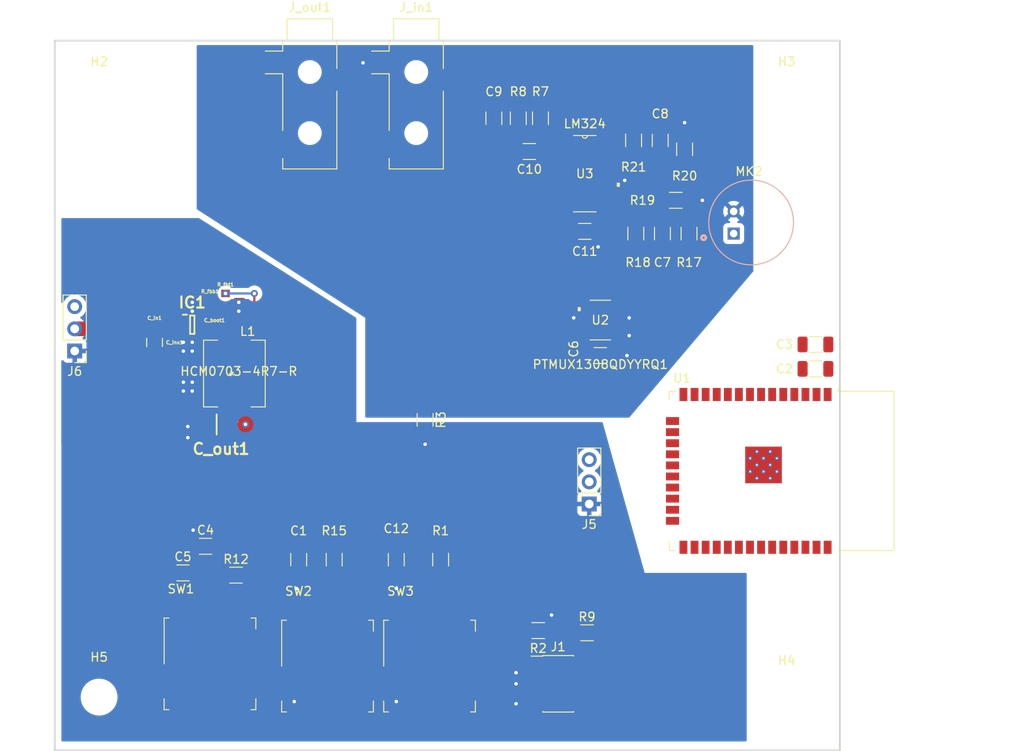
<source format=kicad_pcb>
(kicad_pcb (version 20211014) (generator pcbnew)
  (layers (0 "F.Cu" signal) (31 "B.Cu" signal) (34 "B.Paste" user) (35 "F.Paste" user) (36 "B.SilkS" user "B.Silkscreen") (37 "F.SilkS" user "F.Silkscreen") (38 "B.Mask" user) (39 "F.Mask" user) (44 "Edge.Cuts" user))
  (net 0 "")
  (net 1 "/reset")
  (net 2 "DGND")
  (net 3 "VCC")
  (net 4 "/mode")
  (net 5 "Net-(C5-Pad2)")
  (net 6 "AGND")
  (net 7 "5V")
  (net 8 "Net-(C7-Pad1)")
  (net 9 "Net-(C7-Pad2)")
  (net 10 "Net-(C8-Pad1)")
  (net 11 "/Mic_out")
  (net 12 "Net-(C10-Pad1)")
  (net 13 "Net-(C9-Pad2)")
  (net 14 "Net-(C10-Pad2)")
  (net 15 "/boot")
  (net 16 "Net-(C_boot1-Pad1)")
  (net 17 "Net-(C_boot1-Pad2)")
  (net 20 "Net-(IC1-Pad8)")
  (net 21 "Net-(J1-Pad2)")
  (net 22 "Net-(J1-Pad4)")
  (net 23 "Net-(J1-Pad6)")
  (net 25 "Net-(J1-Pad8)")
  (net 26 "Net-(J1-Pad10)")
  (net 27 "/ADC_In")
  (net 28 "/Ble_DAC")
  (net 29 "/AUX_mono")
  (net 30 "/sel2")
  (net 31 "/sel1")
  (net 32 "/Mode_sel")
  (net 33 "/LED_out")
  (net 36 "/ADC_backup")
  (net 37 "/Mode_backup")
  (net 39 "/DAC_backup")
  (net 47 "/LED_backup")
  (net 48 "/sel2_backup")
  (net 49 "/sel1_backup")
  (net 52 "/Rx")
  (net 53 "/Tx")
  (net 54 "/Case_LED")
  (net 55 "/Case_backup")
  (net 57 "Net-(U3-Pad1)")
  (net 58 "Net-(U3-Pad8)")
  (footprint "Resistor_SMD:R_1206_3216Metric" (layer "F.Cu") (at 136.906 27.686 -90)
    (fp_text reference "R7" (at -3.048 0 180) (layer "F.SilkS"))
    (fp_text value "203K")
    (pad "1" smd roundrect (at -1.4625 0 270) (size 1.125 1.75) (layers "F.Cu" "F.Paste" "F.Mask") (roundrect_rratio 0.222222) (net 7 "5V"))
    (pad "2" smd roundrect (at 1.4625 0 270) (size 1.125 1.75) (layers "F.Cu" "F.Paste" "F.Mask") (roundrect_rratio 0.222222) (net 12 "Net-(C10-Pad1)"))
  )
  (footprint "Connector_Audio:Jack_3.5mm_CUI_SJ-3523-SMT_Horizontal" (layer "F.Cu") (at 110.49 24.892)
    (fp_text reference "J_out1" (at 0 -9.9) (layer "F.SilkS"))
    (fp_text value "AudioJack3")
    (pad "" np_thru_hole circle (at 0 4.5) (size 1.7 1.7) (drill 1.7) (layers *.Cu *.Mask))
    (pad "" np_thru_hole circle (at 0 -2.5) (size 1.7 1.7) (drill 1.7) (layers *.Cu *.Mask))
    (pad "R" smd rect (at 3.7 -1.6) (size 2.8 2.2) (layers "F.Cu" "F.Paste" "F.Mask") (net 27 "/ADC_In"))
    (pad "S" smd rect (at -3.7 -3.6) (size 2.8 2.2) (layers "F.Cu" "F.Paste" "F.Mask") (net 6 "AGND"))
    (pad "T" smd rect (at -3.7 5.8) (size 2.8 2.8) (layers "F.Cu" "F.Paste" "F.Mask") (net 27 "/ADC_In"))
  )
  (footprint "TPS563300_Power_Circuit:C_OUT_CAPC3225X270N" (layer "F.Cu") (at 99.822 62.7634 180)
    (fp_text reference "C_out1" (at -0.508 -2.794 180) (layer "F.SilkS") (effects (font (size 1.27 1.27) (thickness 0.254))))
    (fp_text value "GRM32EC80J107ME20L" hide)
    (pad "1" smd rect (at -1.33 0 180) (size 1.26 2.72) (layers "F.Cu" "F.Paste" "F.Mask") (net 3 "VCC"))
    (pad "2" smd rect (at 1.33 0 180) (size 1.26 2.72) (layers "F.Cu" "F.Paste" "F.Mask") (net 2 "DGND"))
  )
  (footprint "TPS563300_Power_Circuit:R_FBT_RESC1508X50N" (layer "F.Cu") (at 100.838 48.514 90)
    (fp_text reference "R_fbt1" (at 1.778 0 180) (layer "F.SilkS") (effects (font (size 0.393701 0.393701))))
    (fp_text value "CRCW060330K9FKEA")
    (pad "1" smd rect (at -0.765 0 90) (size 0.86 0.98) (layers "F.Cu" "F.Paste" "F.Mask") (net 20 "Net-(IC1-Pad8)"))
    (pad "2" smd rect (at 0.765 0 90) (size 0.86 0.98) (layers "F.Cu" "F.Paste" "F.Mask") (net 3 "VCC"))
  )
  (footprint "TPS563300_Power_Circuit:TPS563300DRLR" (layer "F.Cu") (at 97.028 51.3334)
    (fp_text reference "IC1" (at 0 -2.54) (layer "F.SilkS") (effects (font (size 1.27 1.27) (thickness 0.254))))
    (fp_text value "TPS563300DRLR" hide)
    (pad "1" smd rect (at -0.97335 -0.75 90) (size 0.3 0.7457) (layers "F.Cu" "F.Paste" "F.Mask"))
    (pad "2" smd rect (at -0.97335 -0.2532 90) (size 0.3064 0.7457) (layers "F.Cu" "F.Paste" "F.Mask") (net 7 "5V"))
    (pad "3" smd rect (at -0.97335 0.2508 90) (size 0.2984 0.7457) (layers "F.Cu" "F.Paste" "F.Mask") (net 7 "5V"))
    (pad "4" smd rect (at -0.97335 0.75 90) (size 0.3 0.7457) (layers "F.Cu" "F.Paste" "F.Mask") (net 2 "DGND"))
    (pad "5" smd rect (at 0.96065 0.7548 90) (size 0.2904 0.7203) (layers "F.Cu" "F.Paste" "F.Mask") (net 17 "Net-(C_boot1-Pad2)"))
    (pad "6" smd rect (at 0.96065 0.2508 90) (size 0.2984 0.7203) (layers "F.Cu" "F.Paste" "F.Mask") (net 16 "Net-(C_boot1-Pad1)"))
    (pad "7" smd rect (at 0.97335 -0.2405 90) (size 0.281 0.7457) (layers "F.Cu" "F.Paste" "F.Mask"))
    (pad "8" smd rect (at 0.97335 -0.75 90) (size 0.3 0.7457) (layers "F.Cu" "F.Paste" "F.Mask") (net 20 "Net-(IC1-Pad8)"))
  )
  (footprint "Resistor_SMD:R_1206_3216Metric" (layer "F.Cu") (at 153.924 40.894 -90)
    (fp_text reference "R17" (at 3.302 0 180) (layer "F.SilkS"))
    (fp_text value "2200")
    (pad "1" smd roundrect (at -1.4625 0 270) (size 1.125 1.75) (layers "F.Cu" "F.Paste" "F.Mask") (roundrect_rratio 0.222222) (net 3 "VCC"))
    (pad "2" smd roundrect (at 1.4625 0 270) (size 1.125 1.75) (layers "F.Cu" "F.Paste" "F.Mask") (roundrect_rratio 0.222222) (net 8 "Net-(C7-Pad1)"))
  )
  (footprint "Resistor_SMD:R_1206_3216Metric" (layer "F.Cu") (at 153.416 31.242 -90)
    (fp_text reference "R20" (at 3.048 0) (layer "F.SilkS"))
    (fp_text value "1000")
    (pad "1" smd roundrect (at -1.4625 0 270) (size 1.125 1.75) (layers "F.Cu" "F.Paste" "F.Mask") (roundrect_rratio 0.222222) (net 6 "AGND"))
    (pad "2" smd roundrect (at 1.4625 0 270) (size 1.125 1.75) (layers "F.Cu" "F.Paste" "F.Mask") (roundrect_rratio 0.222222) (net 10 "Net-(C8-Pad1)"))
  )
  (footprint "Resistor_SMD:R_1206_3216Metric" (layer "F.Cu") (at 152.4 37.084 180)
    (fp_text reference "R19" (at 3.81 0) (layer "F.SilkS"))
    (fp_text value "100000")
    (pad "1" smd roundrect (at -1.4625 0 180) (size 1.125 1.75) (layers "F.Cu" "F.Paste" "F.Mask") (roundrect_rratio 0.222222) (net 6 "AGND"))
    (pad "2" smd roundrect (at 1.4625 0 180) (size 1.125 1.75) (layers "F.Cu" "F.Paste" "F.Mask") (roundrect_rratio 0.222222) (net 9 "Net-(C7-Pad2)"))
  )
  (footprint "Resistor_SMD:R_1206_3216Metric" (layer "F.Cu") (at 136.652 86.36)
    (fp_text reference "R2" (at 0 2.032) (layer "F.SilkS"))
    (fp_text value "10K")
    (pad "1" smd roundrect (at -1.4625 0) (size 1.125 1.75) (layers "F.Cu" "F.Paste" "F.Mask") (roundrect_rratio 0.222222) (net 3 "VCC"))
    (pad "2" smd roundrect (at 1.4625 0) (size 1.125 1.75) (layers "F.Cu" "F.Paste" "F.Mask") (roundrect_rratio 0.222222) (net 2 "DGND"))
  )
  (footprint "TPS563300_Power_Circuit:R_FBB_RESC1005X40N" (layer "F.Cu") (at 99.06 49.0474 -90)
    (fp_text reference "R_fbb1" (at -1.524 0 180) (layer "F.SilkS") (effects (font (size 0.393701 0.393701))))
    (fp_text value "CRCW040210K0FKED")
    (pad "1" smd rect (at -0.445 0 270) (size 0.51 0.6) (layers "F.Cu" "F.Paste" "F.Mask") (net 2 "DGND"))
    (pad "2" smd rect (at 0.445 0 270) (size 0.51 0.6) (layers "F.Cu" "F.Paste" "F.Mask") (net 20 "Net-(IC1-Pad8)"))
  )
  (footprint "Resistor_SMD:R_1206_3216Metric" (layer "F.Cu") (at 113.284 78.232 -90)
    (fp_text reference "R15" (at -3.302 0 180) (layer "F.SilkS"))
    (fp_text value "10K")
    (pad "1" smd roundrect (at -1.4625 0 270) (size 1.125 1.75) (layers "F.Cu" "F.Paste" "F.Mask") (roundrect_rratio 0.222222) (net 3 "VCC"))
    (pad "2" smd roundrect (at 1.4625 0 270) (size 1.125 1.75) (layers "F.Cu" "F.Paste" "F.Mask") (roundrect_rratio 0.222222) (net 1 "/reset"))
  )
  (footprint "Capacitor_SMD:C_1206_3216Metric" (layer "F.Cu") (at 95.963 79.756)
    (fp_text reference "C5" (at 0 -1.85) (layer "F.SilkS"))
    (fp_text value "0.1uF")
    (pad "1" smd roundrect (at -1.475 0) (size 1.15 1.8) (layers "F.Cu" "F.Paste" "F.Mask") (roundrect_rratio 0.217391) (net 3 "VCC"))
    (pad "2" smd roundrect (at 1.475 0) (size 1.15 1.8) (layers "F.Cu" "F.Paste" "F.Mask") (roundrect_rratio 0.217391) (net 5 "Net-(C5-Pad2)"))
  )
  (footprint "Capacitor_SMD:C_1206_3216Metric" (layer "F.Cu") (at 150.622 30.226 90)
    (fp_text reference "C8" (at 3.048 0 180) (layer "F.SilkS"))
    (fp_text value "0.033uF")
    (pad "1" smd roundrect (at -1.475 0 90) (size 1.15 1.8) (layers "F.Cu" "F.Paste" "F.Mask") (roundrect_rratio 0.217391) (net 10 "Net-(C8-Pad1)"))
    (pad "2" smd roundrect (at 1.475 0 90) (size 1.15 1.8) (layers "F.Cu" "F.Paste" "F.Mask") (roundrect_rratio 0.217391) (net 11 "/Mic_out"))
  )
  (footprint "TPS563300_Power_Circuit:L1_HCM0703-4R7-R" (layer "F.Cu") (at 101.854 56.9214 90)
    (fp_text reference "L1" (at 4.826 1.524) (layer "F.SilkS"))
    (fp_text value "HCM0703-4R7-R" (at 0.254 0.508) (layer "F.SilkS"))
    (fp_text user "*" (at 0 0 90) (layer "F.SilkS"))
    (pad "1" smd rect (at -2.5654 0 180) (size 3.1496 2.5654) (layers "F.Cu" "F.Paste" "F.Mask") (net 3 "VCC"))
    (pad "2" smd rect (at 2.5654 0 180) (size 3.1496 2.5654) (layers "F.Cu" "F.Paste" "F.Mask") (net 17 "Net-(C_boot1-Pad2)"))
  )
  (footprint "MountingHole:MountingHole_3.2mm_M3" (layer "F.Cu") (at 86.36 93.98)
    (fp_text reference "H5" (at 0 -4.572) (layer "F.SilkS"))
    (fp_text value "MountingHole")
    (pad "" np_thru_hole circle (at 0 0) (size 3.2 3.2) (drill 3.2) (layers *.Cu *.Mask))
  )
  (footprint "Connector_PinHeader_1.27mm:PinHeader_2x05_P1.27mm_Vertical_SMD" (layer "F.Cu") (at 138.938 92.456)
    (fp_text reference "J1" (at 0 -4.235) (layer "F.SilkS"))
    (fp_text value "Conn_ARM_JTAG_SWD_10")
    (pad "1" smd rect (at -1.95 -2.54) (size 2.4 0.74) (layers "F.Cu" "F.Paste" "F.Mask") (net 3 "VCC"))
    (pad "2" smd rect (at 1.95 -2.54) (size 2.4 0.74) (layers "F.Cu" "F.Paste" "F.Mask") (net 21 "Net-(J1-Pad2)"))
    (pad "3" smd rect (at -1.95 -1.27) (size 2.4 0.74) (layers "F.Cu" "F.Paste" "F.Mask") (net 2 "DGND"))
    (pad "4" smd rect (at 1.95 -1.27) (size 2.4 0.74) (layers "F.Cu" "F.Paste" "F.Mask") (net 22 "Net-(J1-Pad4)"))
    (pad "5" smd rect (at -1.95 0) (size 2.4 0.74) (layers "F.Cu" "F.Paste" "F.Mask") (net 2 "DGND"))
    (pad "6" smd rect (at 1.95 0) (size 2.4 0.74) (layers "F.Cu" "F.Paste" "F.Mask") (net 23 "Net-(J1-Pad6)"))
    (pad "7" smd rect (at -1.95 1.27) (size 2.4 0.74) (layers "F.Cu" "F.Paste" "F.Mask"))
    (pad "8" smd rect (at 1.95 1.27) (size 2.4 0.74) (layers "F.Cu" "F.Paste" "F.Mask") (net 25 "Net-(J1-Pad8)"))
    (pad "9" smd rect (at -1.95 2.54) (size 2.4 0.74) (layers "F.Cu" "F.Paste" "F.Mask") (net 2 "DGND"))
    (pad "10" smd rect (at 1.95 2.54) (size 2.4 0.74) (layers "F.Cu" "F.Paste" "F.Mask") (net 26 "Net-(J1-Pad10)"))
  )
  (footprint "Button_Switch_SMD:SW_MEC_5GSH9" (layer "F.Cu") (at 99.06 90.17)
    (fp_text reference "SW1" (at -3.325 -8.575) (layer "F.SilkS"))
    (fp_text value "SW_MEC_5E")
    (pad "1" smd rect (at -3.81 -6.25 90) (size 2.5 1.2) (layers "F.Cu" "F.Paste" "F.Mask") (net 5 "Net-(C5-Pad2)"))
    (pad "2" smd rect (at -3.81 6.25 90) (size 2.5 1.2) (layers "F.Cu" "F.Paste" "F.Mask") (net 5 "Net-(C5-Pad2)"))
    (pad "3" smd rect (at 3.81 -6.25 90) (size 2.5 1.2) (layers "F.Cu" "F.Paste" "F.Mask") (net 3 "VCC"))
    (pad "4" smd rect (at 3.81 6.25 90) (size 2.5 1.2) (layers "F.Cu" "F.Paste" "F.Mask") (net 3 "VCC"))
  )
  (footprint "Resistor_SMD:R_1206_3216Metric" (layer "F.Cu") (at 123.698 62.23 -90)
    (fp_text reference "R3" (at 0 -1.82 90) (layer "F.SilkS"))
    (fp_text value "1")
    (pad "1" smd roundrect (at -1.4625 0 270) (size 1.125 1.75) (layers "F.Cu" "F.Paste" "F.Mask") (roundrect_rratio 0.222222) (net 6 "AGND"))
    (pad "2" smd roundrect (at 1.4625 0 270) (size 1.125 1.75) (layers "F.Cu" "F.Paste" "F.Mask") (roundrect_rratio 0.222222) (net 2 "DGND"))
  )
  (footprint "Lm324:LM324D" (layer "F.Cu") (at 141.986 34.036)
    (fp_text reference "U3" (at 0 0) (layer "F.SilkS"))
    (fp_text value "LM324" (at 0 -5.715) (layer "F.SilkS"))
    (pad "1" smd rect (at -2.4638 -3.81) (size 1.9812 0.5588) (layers "F.Cu" "F.Paste" "F.Mask") (net 57 "Net-(U3-Pad1)"))
    (pad "2" smd rect (at -2.4638 -2.54) (size 1.9812 0.5588) (layers "F.Cu" "F.Paste" "F.Mask") (net 57 "Net-(U3-Pad1)"))
    (pad "3" smd rect (at -2.4638 -1.27) (size 1.9812 0.5588) (layers "F.Cu" "F.Paste" "F.Mask") (net 6 "AGND"))
    (pad "4" smd rect (at -2.4638 0) (size 1.9812 0.5588) (layers "F.Cu" "F.Paste" "F.Mask") (net 7 "5V"))
    (pad "5" smd rect (at -2.4638 1.27) (size 1.9812 0.5588) (layers "F.Cu" "F.Paste" "F.Mask") (net 12 "Net-(C10-Pad1)"))
    (pad "6" smd rect (at -2.4638 2.54) (size 1.9812 0.5588) (layers "F.Cu" "F.Paste" "F.Mask") (net 29 "/AUX_mono"))
    (pad "7" smd rect (at -2.4638 3.81) (size 1.9812 0.5588) (layers "F.Cu" "F.Paste" "F.Mask") (net 29 "/AUX_mono"))
    (pad "8" smd rect (at 2.4638 3.81) (size 1.9812 0.5588) (layers "F.Cu" "F.Paste" "F.Mask") (net 58 "Net-(U3-Pad8)"))
    (pad "9" smd rect (at 2.4638 2.54) (size 1.9812 0.5588) (layers "F.Cu" "F.Paste" "F.Mask") (net 58 "Net-(U3-Pad8)"))
    (pad "10" smd rect (at 2.4638 1.27) (size 1.9812 0.5588) (layers "F.Cu" "F.Paste" "F.Mask") (net 6 "AGND"))
    (pad "11" smd rect (at 2.4638 0) (size 1.9812 0.5588) (layers "F.Cu" "F.Paste" "F.Mask") (net 6 "AGND"))
    (pad "12" smd rect (at 2.4638 -1.27) (size 1.9812 0.5588) (layers "F.Cu" "F.Paste" "F.Mask") (net 9 "Net-(C7-Pad2)"))
    (pad "13" smd rect (at 2.4638 -2.54) (size 1.9812 0.5588) (layers "F.Cu" "F.Paste" "F.Mask") (net 10 "Net-(C8-Pad1)"))
    (pad "14" smd rect (at 2.4638 -3.81) (size 1.9812 0.5588) (layers "F.Cu" "F.Paste" "F.Mask") (net 11 "/Mic_out"))
  )
  (footprint "Resistor_SMD:R_1206_3216Metric" (layer "F.Cu") (at 147.828 40.894 90)
    (fp_text reference "R18" (at -3.302 0.254 180) (layer "F.SilkS"))
    (fp_text value "400000")
    (pad "1" smd roundrect (at -1.4625 0 90) (size 1.125 1.75) (layers "F.Cu" "F.Paste" "F.Mask") (roundrect_rratio 0.222222) (net 3 "VCC"))
    (pad "2" smd roundrect (at 1.4625 0 90) (size 1.125 1.75) (layers "F.Cu" "F.Paste" "F.Mask") (roundrect_rratio 0.222222) (net 9 "Net-(C7-Pad2)"))
  )
  (footprint "Capacitor_SMD:C_1206_3216Metric" (layer "F.Cu") (at 98.552 76.708)
    (fp_text reference "C4" (at 0 -1.85) (layer "F.SilkS"))
    (fp_text value "0.1uF")
    (pad "1" smd roundrect (at -1.475 0) (size 1.15 1.8) (layers "F.Cu" "F.Paste" "F.Mask") (roundrect_rratio 0.217391) (net 2 "DGND"))
    (pad "2" smd roundrect (at 1.475 0) (size 1.15 1.8) (layers "F.Cu" "F.Paste" "F.Mask") (roundrect_rratio 0.217391) (net 4 "/mode"))
  )
  (footprint "Connector_PinHeader_2.54mm:PinHeader_1x03_P2.54mm_Vertical" (layer "F.Cu") (at 83.566 54.341 180)
    (fp_text reference "J6" (at 0 -2.33) (layer "F.SilkS"))
    (fp_text value "Screw_Terminal_01x03")
    (pad "1" thru_hole rect (at 0 0 180) (size 1.7 1.7) (drill 1) (layers *.Cu *.Mask) (net 2 "DGND"))
    (pad "2" thru_hole oval (at 0 2.54 180) (size 1.7 1.7) (drill 1) (layers *.Cu *.Mask) (net 7 "5V"))
    (pad "3" thru_hole oval (at 0 5.08 180) (size 1.7 1.7) (drill 1) (layers *.Cu *.Mask) (net 33 "/LED_out"))
  )
  (footprint "Capacitor_SMD:C_1206_3216Metric" (layer "F.Cu") (at 135.636 31.496 180)
    (fp_text reference "C10" (at 0 -2.032) (layer "F.SilkS"))
    (fp_text value "10uF")
    (pad "1" smd roundrect (at -1.475 0 180) (size 1.15 1.8) (layers "F.Cu" "F.Paste" "F.Mask") (roundrect_rratio 0.217391) (net 12 "Net-(C10-Pad1)"))
    (pad "2" smd roundrect (at 1.475 0 180) (size 1.15 1.8) (layers "F.Cu" "F.Paste" "F.Mask") (roundrect_rratio 0.217391) (net 14 "Net-(C10-Pad2)"))
  )
  (footprint "TPS563300_Power_Circuit:C_IN_CAPC3216X180N" (layer "F.Cu") (at 92.71 53.3654 -90)
    (fp_text reference "C_in1" (at -2.794 0 180) (layer "F.SilkS") (effects (font (size 0.393701 0.393701))))
    (fp_text value "GRM31CR71E106KA12L")
    (pad "1" smd rect (at -1.43 0 270) (size 1.25 1.82) (layers "F.Cu" "F.Paste" "F.Mask") (net 7 "5V"))
    (pad "2" smd rect (at 1.43 0 270) (size 1.25 1.82) (layers "F.Cu" "F.Paste" "F.Mask") (net 2 "DGND"))
  )
  (footprint "TPS563300_Power_Circuit:C_Boot_CAPC1005X55N" (layer "F.Cu") (at 94.996 52.0954 -90)
    (fp_text reference "C_inx1" (at 1.27 0 180) (layer "F.SilkS") (effects (font (size 0.393701 0.393701))))
    (fp_text value "GRM155R71A104KA01D")
    (pad "1" smd rect (at -0.432 0 270) (size 0.54 0.6) (layers "F.Cu" "F.Paste" "F.Mask") (net 7 "5V"))
    (pad "2" smd rect (at 0.432 0 270) (size 0.54 0.6) (layers "F.Cu" "F.Paste" "F.Mask") (net 2 "DGND"))
  )
  (footprint "MountingHole:MountingHole_3.2mm_M3" (layer "F.Cu") (at 165.1 93.98)
    (fp_text reference "H4" (at 0 -4.2) (layer "F.SilkS"))
    (fp_text value "MountingHole")
    (pad "" np_thru_hole circle (at 0 0) (size 3.2 3.2) (drill 3.2) (layers *.Cu *.Mask))
  )
  (footprint "Button_Switch_SMD:SW_MEC_5GSH9" (layer "F.Cu") (at 112.522 90.424)
    (fp_text reference "SW2" (at -3.325 -8.575 180) (layer "F.SilkS"))
    (fp_text value "SW_MEC_5E")
    (pad "1" smd rect (at -3.81 -6.25 90) (size 2.5 1.2) (layers "F.Cu" "F.Paste" "F.Mask") (net 2 "DGND"))
    (pad "2" smd rect (at -3.81 6.25 90) (size 2.5 1.2) (layers "F.Cu" "F.Paste" "F.Mask") (net 2 "DGND"))
    (pad "3" smd rect (at 3.81 -6.25 90) (size 2.5 1.2) (layers "F.Cu" "F.Paste" "F.Mask") (net 1 "/reset"))
    (pad "4" smd rect (at 3.81 6.25 90) (size 2.5 1.2) (layers "F.Cu" "F.Paste" "F.Mask") (net 1 "/reset"))
  )
  (footprint "Capacitor_SMD:C_1206_3216Metric" (layer "F.Cu") (at 120.396 78.232 -90)
    (fp_text reference "C12" (at -3.556 0 180) (layer "F.SilkS"))
    (fp_text value "0.1uF")
    (pad "1" smd roundrect (at -1.475 0 270) (size 1.15 1.8) (layers "F.Cu" "F.Paste" "F.Mask") (roundrect_rratio 0.217391) (net 15 "/boot"))
    (pad "2" smd roundrect (at 1.475 0 270) (size 1.15 1.8) (layers "F.Cu" "F.Paste" "F.Mask") (roundrect_rratio 0.217391) (net 2 "DGND"))
  )
  (footprint "Capacitor_SMD:C_1206_3216Metric" (layer "F.Cu") (at 131.572 27.686 90)
    (fp_text reference "C9" (at 3.048 0 180) (layer "F.SilkS"))
    (fp_text value "10uF")
    (pad "1" smd roundrect (at -1.475 0 90) (size 1.15 1.8) (layers "F.Cu" "F.Paste" "F.Mask") (roundrect_rratio 0.217391) (net 12 "Net-(C10-Pad1)"))
    (pad "2" smd roundrect (at 1.475 0 90) (size 1.15 1.8) (layers "F.Cu" "F.Paste" "F.Mask") (roundrect_rratio 0.217391) (net 13 "Net-(C9-Pad2)"))
  )
  (footprint "Resistor_SMD:R_1206_3216Metric" (layer "F.Cu") (at 134.366 27.686 90)
    (fp_text reference "R8" (at 3.048 0 180) (layer "F.SilkS"))
    (fp_text value "100K")
    (pad "1" smd roundrect (at -1.4625 0 90) (size 1.125 1.75) (layers "F.Cu" "F.Paste" "F.Mask") (roundrect_rratio 0.222222) (net 12 "Net-(C10-Pad1)"))
    (pad "2" smd roundrect (at 1.4625 0 90) (size 1.125 1.75) (layers "F.Cu" "F.Paste" "F.Mask") (roundrect_rratio 0.222222) (net 6 "AGND"))
  )
  (footprint "Capacitor_SMD:C_1206_3216Metric" (layer "F.Cu") (at 150.876 40.894 90)
    (fp_text reference "C7" (at -3.302 0 180) (layer "F.SilkS"))
    (fp_text value "1uF")
    (pad "1" smd roundrect (at -1.475 0 90) (size 1.15 1.8) (layers "F.Cu" "F.Paste" "F.Mask") (roundrect_rratio 0.217391) (net 8 "Net-(C7-Pad1)"))
    (pad "2" smd roundrect (at 1.475 0 90) (size 1.15 1.8) (layers "F.Cu" "F.Paste" "F.Mask") (roundrect_rratio 0.217391) (net 9 "Net-(C7-Pad2)"))
  )
  (footprint "TPS563300_Power_Circuit:C_Boot_CAPC1005X55N" (layer "F.Cu") (at 99.568 51.8414)
    (fp_text reference "C_boot1" (at 0 -1.016 180) (layer "F.SilkS") (effects (font (size 0.393701 0.393701))))
    (fp_text value "GRM155R71A104KA01D")
    (pad "1" smd rect (at -0.432 0) (size 0.54 0.6) (layers "F.Cu" "F.Paste" "F.Mask") (net 16 "Net-(C_boot1-Pad1)"))
    (pad "2" smd rect (at 0.432 0) (size 0.54 0.6) (layers "F.Cu" "F.Paste" "F.Mask") (net 17 "Net-(C_boot1-Pad2)"))
  )
  (footprint "Connector_PinHeader_2.54mm:PinHeader_1x03_P2.54mm_Vertical" (layer "F.Cu") (at 142.494 71.867 180)
    (fp_text reference "J5" (at 0 -2.33) (layer "F.SilkS"))
    (fp_text value "Screw_Terminal_01x03")
    (pad "1" thru_hole rect (at 0 0 180) (size 1.7 1.7) (drill 1) (layers *.Cu *.Mask) (net 2 "DGND"))
    (pad "2" thru_hole oval (at 0 2.54 180) (size 1.7 1.7) (drill 1) (layers *.Cu *.Mask) (net 7 "5V"))
    (pad "3" thru_hole oval (at 0 5.08 180) (size 1.7 1.7) (drill 1) (layers *.Cu *.Mask) (net 54 "/Case_LED"))
  )
  (footprint "Capacitor_SMD:C_1206_3216Metric" (layer "F.Cu") (at 141.986 40.64)
    (fp_text reference "C11" (at 0 2.286) (layer "F.SilkS"))
    (fp_text value "0.1uF")
    (pad "1" smd roundrect (at -1.475 0) (size 1.15 1.8) (layers "F.Cu" "F.Paste" "F.Mask") (roundrect_rratio 0.217391) (net 7 "5V"))
    (pad "2" smd roundrect (at 1.475 0) (size 1.15 1.8) (layers "F.Cu" "F.Paste" "F.Mask") (roundrect_rratio 0.217391) (net 6 "AGND"))
  )
  (footprint "Resistor_SMD:R_1206_3216Metric" (layer "F.Cu") (at 125.476 78.232 -90)
    (fp_text reference "R1" (at -3.302 0 180) (layer "F.SilkS"))
    (fp_text value "10K")
    (pad "1" smd roundrect (at -1.4625 0 270) (size 1.125 1.75) (layers "F.Cu" "F.Paste" "F.Mask") (roundrect_rratio 0.222222) (net 3 "VCC"))
    (pad "2" smd roundrect (at 1.4625 0 270) (size 1.125 1.75) (layers "F.Cu" "F.Paste" "F.Mask") (roundrect_rratio 0.222222) (net 15 "/boot"))
  )
  (footprint "Capacitor_SMD:C_1206_3216Metric" (layer "F.Cu") (at 168.402 53.594 180)
    (fp_text reference "C3" (at 3.556 0) (layer "F.SilkS"))
    (fp_text value "10uF")
    (pad "1" smd roundrect (at -1.475 0 180) (size 1.15 1.8) (layers "F.Cu" "F.Paste" "F.Mask") (roundrect_rratio 0.217391) (net 2 "DGND"))
    (pad "2" smd roundrect (at 1.475 0 180) (size 1.15 1.8) (layers "F.Cu" "F.Paste" "F.Mask") (roundrect_rratio 0.217391) (net 3 "VCC"))
  )
  (footprint "Resistor_SMD:R_1206_3216Metric" (layer "F.Cu") (at 147.574 30.226 -90)
    (fp_text reference "R21" (at 3.048 0 180) (layer "F.SilkS"))
    (fp_text value "1500")
    (pad "1" smd roundrect (at -1.4625 0 270) (size 1.125 1.75) (layers "F.Cu" "F.Paste" "F.Mask") (roundrect_rratio 0.222222) (net 11 "/Mic_out"))
    (pad "2" smd roundrect (at 1.4625 0 270) (size 1.125 1.75) (layers "F.Cu" "F.Paste" "F.Mask") (roundrect_rratio 0.222222) (net 10 "Net-(C8-Pad1)"))
  )
  (footprint "Resistor_SMD:R_1206_3216Metric" (layer "F.Cu") (at 102.0465 80.01)
    (fp_text reference "R12" (at 0 -1.82) (layer "F.SilkS"))
    (fp_text value "1K")
    (pad "1" smd roundrect (at -1.4625 0) (size 1.125 1.75) (layers "F.Cu" "F.Paste" "F.Mask") (roundrect_rratio 0.222222) (net 5 "Net-(C5-Pad2)"))
    (pad "2" smd roundrect (at 1.4625 0) (size 1.125 1.75) (layers "F.Cu" "F.Paste" "F.Mask") (roundrect_rratio 0.222222) (net 4 "/mode"))
  )
  (footprint "Resistor_SMD:R_1206_3216Metric" (layer "F.Cu") (at 142.24 86.614)
    (fp_text reference "R9" (at 0 -1.82) (layer "F.SilkS"))
    (fp_text value "10K")
    (pad "1" smd roundrect (at -1.4625 0) (size 1.125 1.75) (layers "F.Cu" "F.Paste" "F.Mask") (roundrect_rratio 0.222222) (net 3 "VCC"))
    (pad "2" smd roundrect (at 1.4625 0) (size 1.125 1.75) (layers "F.Cu" "F.Paste" "F.Mask") (roundrect_rratio 0.222222) (net 26 "Net-(J1-Pad10)"))
  )
  (footprint "Capacitor_SMD:C_1206_3216Metric" (layer "F.Cu") (at 109.22 78.232 -90)
    (fp_text reference "C1" (at -3.302 0 180) (layer "F.SilkS"))
    (fp_text value "0.1uF")
    (pad "1" smd roundrect (at -1.475 0 270) (size 1.15 1.8) (layers "F.Cu" "F.Paste" "F.Mask") (roundrect_rratio 0.217391) (net 1 "/reset"))
    (pad "2" smd roundrect (at 1.475 0 270) (size 1.15 1.8) (layers "F.Cu" "F.Paste" "F.Mask") (roundrect_rratio 0.217391) (net 2 "DGND"))
  )
  (footprint "Capacitor_SMD:C_1206_3216Metric" (layer "F.Cu") (at 143.764 54.864 180)
    (fp_text reference "C6" (at 3.048 0.762 90) (layer "F.SilkS"))
    (fp_text value ".1uF")
    (pad "1" smd roundrect (at -1.475 0 180) (size 1.15 1.8) (layers "F.Cu" "F.Paste" "F.Mask") (roundrect_rratio 0.217391) (net 6 "AGND"))
    (pad "2" smd roundrect (at 1.475 0 180) (size 1.15 1.8) (layers "F.Cu" "F.Paste" "F.Mask") (roundrect_rratio 0.217391) (net 7 "5V"))
  )
  (footprint "Button_Switch_SMD:SW_MEC_5GSH9" (layer "F.Cu") (at 124.206 90.424)
    (fp_text reference "SW3" (at -3.325 -8.575 180) (layer "F.SilkS"))
    (fp_text value "SW_MEC_5E")
    (pad "1" smd rect (at -3.81 -6.25 90) (size 2.5 1.2) (layers "F.Cu" "F.Paste" "F.Mask") (net 2 "DGND"))
    (pad "2" smd rect (at -3.81 6.25 90) (size 2.5 1.2) (layers "F.Cu" "F.Paste" "F.Mask") (net 2 "DGND"))
    (pad "3" smd rect (at 3.81 -6.25 90) (size 2.5 1.2) (layers "F.Cu" "F.Paste" "F.Mask") (net 15 "/boot"))
    (pad "4" smd rect (at 3.81 6.25 90) (size 2.5 1.2) (layers "F.Cu" "F.Paste" "F.Mask") (net 15 "/boot"))
  )
  (footprint "Connector_Audio:Jack_3.5mm_CUI_SJ-3523-SMT_Horizontal" (layer "F.Cu") (at 122.682 24.892)
    (fp_text reference "J_in1" (at 0 -9.9) (layer "F.SilkS"))
    (fp_text value "AudioJack3")
    (pad "" np_thru_hole circle (at 0 4.5) (size 1.7 1.7) (drill 1.7) (layers *.Cu *.Mask))
    (pad "" np_thru_hole circle (at 0 -2.5) (size 1.7 1.7) (drill 1.7) (layers *.Cu *.Mask))
    (pad "R" smd rect (at 3.7 -1.6) (size 2.8 2.2) (layers "F.Cu" "F.Paste" "F.Mask") (net 13 "Net-(C9-Pad2)"))
    (pad "S" smd rect (at -3.7 -3.6) (size 2.8 2.2) (layers "F.Cu" "F.Paste" "F.Mask") (net 6 "AGND"))
    (pad "T" smd rect (at -3.7 5.8) (size 2.8 2.8) (layers "F.Cu" "F.Paste" "F.Mask") (net 14 "Net-(C10-Pad2)"))
  )
  (footprint "MountingHole:MountingHole_3.2mm_M3" (layer "F.Cu") (at 86.36 25.4)
    (fp_text reference "H2" (at 0 -4.2) (layer "F.SilkS"))
    (fp_text value "MountingHole")
    (pad "" np_thru_hole circle (at 0 0) (size 3.2 3.2) (drill 3.2) (layers *.Cu *.Mask))
  )
  (footprint "RF_Module:ESP32-WROOM-32" (layer "F.Cu") (at 161.544 68.072 -90)
    (fp_text reference "U1" (at -10.61 8.43) (layer "F.SilkS"))
    (fp_text value "ESP32-WROOM-32D")
    (pad "1" smd rect (at -8.75 -8.25 270) (size 1.5 0.9) (layers "F.Cu" "F.Paste" "F.Mask") (net 2 "DGND"))
    (pad "2" smd rect (at -8.75 -6.98 270) (size 1.5 0.9) (layers "F.Cu" "F.Paste" "F.Mask") (net 3 "VCC"))
    (pad "3" smd rect (at -8.75 -5.71 270) (size 1.5 0.9) (layers "F.Cu" "F.Paste" "F.Mask") (net 1 "/reset"))
    (pad "4" smd rect (at -8.75 -4.44 270) (size 1.5 0.9) (layers "F.Cu" "F.Paste" "F.Mask"))
    (pad "5" smd rect (at -8.75 -3.17 270) (size 1.5 0.9) (layers "F.Cu" "F.Paste" "F.Mask"))
    (pad "6" smd rect (at -8.75 -1.9 270) (size 1.5 0.9) (layers "F.Cu" "F.Paste" "F.Mask") (net 27 "/ADC_In"))
    (pad "7" smd rect (at -8.75 -0.63 270) (size 1.5 0.9) (layers "F.Cu" "F.Paste" "F.Mask") (net 36 "/ADC_backup"))
    (pad "8" smd rect (at -8.75 0.64 270) (size 1.5 0.9) (layers "F.Cu" "F.Paste" "F.Mask") (net 37 "/Mode_backup"))
    (pad "9" smd rect (at -8.75 1.91 270) (size 1.5 0.9) (layers "F.Cu" "F.Paste" "F.Mask"))
    (pad "10" smd rect (at -8.75 3.18 270) (size 1.5 0.9) (layers "F.Cu" "F.Paste" "F.Mask") (net 28 "/Ble_DAC"))
    (pad "11" smd rect (at -8.75 4.45 270) (size 1.5 0.9) (layers "F.Cu" "F.Paste" "F.Mask") (net 39 "/DAC_backup"))
    (pad "12" smd rect (at -8.75 5.72 270) (size 1.5 0.9) (layers "F.Cu" "F.Paste" "F.Mask") (net 32 "/Mode_sel"))
    (pad "13" smd rect (at -8.75 6.99 270) (size 1.5 0.9) (layers "F.Cu" "F.Paste" "F.Mask") (net 21 "Net-(J1-Pad2)"))
    (pad "14" smd rect (at -8.75 8.26 270) (size 1.5 0.9) (layers "F.Cu" "F.Paste" "F.Mask") (net 25 "Net-(J1-Pad8)"))
    (pad "15" smd rect (at -5.71 9.51) (size 1.5 0.9) (layers "F.Cu" "F.Paste" "F.Mask") (net 2 "DGND"))
    (pad "16" smd rect (at -4.44 9.51) (size 1.5 0.9) (layers "F.Cu" "F.Paste" "F.Mask") (net 22 "Net-(J1-Pad4)"))
    (pad "17" smd rect (at -3.17 9.51) (size 1.5 0.9) (layers "F.Cu" "F.Paste" "F.Mask"))
    (pad "18" smd rect (at -1.9 9.51) (size 1.5 0.9) (layers "F.Cu" "F.Paste" "F.Mask"))
    (pad "19" smd rect (at -0.63 9.51) (size 1.5 0.9) (layers "F.Cu" "F.Paste" "F.Mask"))
    (pad "20" smd rect (at 0.64 9.51) (size 1.5 0.9) (layers "F.Cu" "F.Paste" "F.Mask"))
    (pad "21" smd rect (at 1.91 9.51) (size 1.5 0.9) (layers "F.Cu" "F.Paste" "F.Mask"))
    (pad "22" smd rect (at 3.18 9.51) (size 1.5 0.9) (layers "F.Cu" "F.Paste" "F.Mask"))
    (pad "23" smd rect (at 4.45 9.51) (size 1.5 0.9) (layers "F.Cu" "F.Paste" "F.Mask") (net 23 "Net-(J1-Pad6)"))
    (pad "24" smd rect (at 5.72 9.51) (size 1.5 0.9) (layers "F.Cu" "F.Paste" "F.Mask"))
    (pad "25" smd rect (at 8.75 8.26 270) (size 1.5 0.9) (layers "F.Cu" "F.Paste" "F.Mask") (net 15 "/boot"))
    (pad "26" smd rect (at 8.75 6.99 270) (size 1.5 0.9) (layers "F.Cu" "F.Paste" "F.Mask") (net 33 "/LED_out"))
    (pad "27" smd rect (at 8.75 5.72 270) (size 1.5 0.9) (layers "F.Cu" "F.Paste" "F.Mask") (net 47 "/LED_backup"))
    (pad "28" smd rect (at 8.75 4.45 270) (size 1.5 0.9) (layers "F.Cu" "F.Paste" "F.Mask") (net 48 "/sel2_backup"))
    (pad "29" smd rect (at 8.75 3.18 270) (size 1.5 0.9) (layers "F.Cu" "F.Paste" "F.Mask") (net 49 "/sel1_backup"))
    (pad "30" smd rect (at 8.75 1.91 270) (size 1.5 0.9) (layers "F.Cu" "F.Paste" "F.Mask") (net 31 "/sel1"))
    (pad "31" smd rect (at 8.75 0.64 270) (size 1.5 0.9) (layers "F.Cu" "F.Paste" "F.Mask") (net 30 "/sel2"))
    (pad "32" smd rect (at 8.75 -0.63 270) (size 1.5 0.9) (layers "F.Cu" "F.Paste" "F.Mask"))
    (pad "33" smd rect (at 8.75 -1.9 270) (size 1.5 0.9) (layers "F.Cu" "F.Paste" "F.Mask"))
    (pad "34" smd rect (at 8.75 -3.17 270) (size 1.5 0.9) (layers "F.Cu" "F.Paste" "F.Mask") (net 52 "/Rx"))
    (pad "35" smd rect (at 8.75 -4.44 270) (size 1.5 0.9) (layers "F.Cu" "F.Paste" "F.Mask") (net 53 "/Tx"))
    (pad "36" smd rect (at 8.75 -5.71 270) (size 1.5 0.9) (layers "F.Cu" "F.Paste" "F.Mask") (net 54 "/Case_LED"))
    (pad "37" smd rect (at 8.75 -6.98 270) (size 1.5 0.9) (layers "F.Cu" "F.Paste" "F.Mask") (net 55 "/Case_backup"))
    (pad "38" smd rect (at 8.75 -8.25 270) (size 1.5 0.9) (layers "F.Cu" "F.Paste" "F.Mask") (net 2 "DGND"))
    (pad "39" thru_hole circle (at -1.4425 0.615 270) (size 0.475 0.475) (drill 0.2) (property pad_prop_heatsink) (layers *.Cu "F.Mask") (net 2 "DGND"))
    (pad "39" thru_hole circle (at 0.0825 -0.91 270) (size 0.475 0.475) (drill 0.2) (property pad_prop_heatsink) (layers *.Cu "F.Mask") (net 2 "DGND"))
    (pad "39" thru_hole circle (at 0.845 -0.1475 270) (size 0.475 0.475) (drill 0.2) (property pad_prop_heatsink) (layers *.Cu "F.Mask") (net 2 "DGND"))
    (pad "39" smd rect (at 0.845 -2.435 270) (size 1.05 1.05) (layers "F.Cu" "F.Paste") (net 2 "DGND"))
    (pad "39" smd rect (at -2.205 -2.435 270) (size 1.05 1.05) (layers "F.Cu" "F.Paste") (net 2 "DGND"))
    (pad "39" smd rect (at 0.845 0.615 270) (size 1.05 1.05) (layers "F.Cu" "F.Paste") (net 2 "DGND"))
    (pad "39" smd rect (at -2.205 -0.91 270) (size 1.05 1.05) (layers "F.Cu" "F.Paste") (net 2 "DGND"))
    (pad "39" thru_hole circle (at -1.4425 -0.91 270) (size 0.475 0.475) (drill 0.2) (property pad_prop_heatsink) (layers *.Cu "F.Mask") (net 2 "DGND"))
    (pad "39" thru_hole circle (at -2.205 -0.1475 270) (size 0.475 0.475) (drill 0.2) (property pad_prop_heatsink) (layers *.Cu "F.Mask") (net 2 "DGND"))
    (pad "39" smd rect (at -0.68 0.615 270) (size 1.05 1.05) (layers "F.Cu" "F.Paste") (net 2 "DGND"))
    (pad "39" thru_hole circle (at -0.68 -0.1475 270) (size 0.475 0.475) (drill 0.2) (property pad_prop_heatsink) (layers *.Cu "F.Mask") (net 2 "DGND"))
    (pad "39" smd rect (at 0.845 -0.91 270) (size 1.05 1.05) (layers "F.Cu" "F.Paste") (net 2 "DGND"))
    (pad "39" thru_hole circle (at -2.205 -1.6725 270) (size 0.475 0.475) (drill 0.2) (property pad_prop_heatsink) (layers *.Cu "F.Mask") (net 2 "DGND"))
    (pad "39" smd rect (at -0.68 -2.435 270) (size 1.05 1.05) (layers "F.Cu" "F.Paste") (net 2 "DGND"))
    (pad "39" thru_hole circle (at 0.0825 0.615 270) (size 0.475 0.475) (drill 0.2) (property pad_prop_heatsink) (layers *.Cu "F.Mask") (net 2 "DGND"))
    (pad "39" thru_hole circle (at 0.845 -1.6725 270) (size 0.475 0.475) (drill 0.2) (property pad_prop_heatsink) (layers *.Cu "F.Mask") (net 2 "DGND"))
    (pad "39" smd rect (at -0.68 -0.91 270) (size 4.2 4.2) (layers "F.Cu" "F.Mask") (net 2 "DGND"))
    (pad "39" smd rect (at -0.68 -0.91 270) (size 1.05 1.05) (layers "F.Cu" "F.Paste") (net 2 "DGND"))
    (pad "39" thru_hole circle (at -0.68 -1.6725 270) (size 0.475 0.475) (drill 0.2) (property pad_prop_heatsink) (layers *.Cu "F.Mask") (net 2 "DGND"))
    (pad "39" thru_hole circle (at -1.4425 -2.435 270) (size 0.475 0.475) (drill 0.2) (property pad_prop_heatsink) (layers *.Cu "F.Mask") (net 2 "DGND"))
    (pad "39" thru_hole circle (at 0.0825 -2.435 270) (size 0.475 0.475) (drill 0.2) (property pad_prop_heatsink) (layers *.Cu "F.Mask") (net 2 "DGND"))
    (pad "39" smd rect (at -2.205 0.615 270) (size 1.05 1.05) (layers "F.Cu" "F.Paste") (net 2 "DGND"))
    (zone (net 0) (net_name "") (layers "F.Cu" "In1.Cu" "B.Cu") (connect_pads (clearance 0)) (min_thickness 0.254)
      (keepout (tracks not_allowed) (vias not_allowed) (pads not_allowed) (copperpour not_allowed) (footprints not_allowed))
      (fill (thermal_gap 0.508) (thermal_bridge_width 0.508))
      (polygon (pts (xy 171.344 44.072) (xy 171.344 92.072) (xy 192.284 92.072) (xy 192.284 44.072)))
    )
  )
  (footprint "TMUX1309QDYYRQ1:PTMUX1308QDYYRQ1" (layer "F.Cu") (at 143.764 50.8 180)
    (fp_text reference "U2" (at 0 0) (layer "F.SilkS"))
    (fp_text value "PTMUX1308QDYYRQ1" (at 0 -5.08) (layer "F.SilkS"))
    (pad "1" smd rect (at -1.54305 -1.750441 180) (size 0.9779 0.3048) (layers "F.Cu" "F.Paste" "F.Mask") (net 6 "AGND"))
    (pad "2" smd rect (at -1.54305 -1.250315 180) (size 0.9779 0.3048) (layers "F.Cu" "F.Paste" "F.Mask") (net 6 "AGND"))
    (pad "3" smd rect (at -1.54305 -0.750189 180) (size 0.9779 0.3048) (layers "F.Cu" "F.Paste" "F.Mask") (net 27 "/ADC_In"))
    (pad "4" smd rect (at -1.54305 -0.250063 180) (size 0.9779 0.3048) (layers "F.Cu" "F.Paste" "F.Mask") (net 6 "AGND"))
    (pad "5" smd rect (at -1.54305 0.250063 180) (size 0.9779 0.3048) (layers "F.Cu" "F.Paste" "F.Mask") (net 6 "AGND"))
    (pad "6" smd rect (at -1.54305 0.750189 180) (size 0.9779 0.3048) (layers "F.Cu" "F.Paste" "F.Mask") (net 6 "AGND"))
    (pad "7" smd rect (at -1.54305 1.250315 180) (size 0.9779 0.3048) (layers "F.Cu" "F.Paste" "F.Mask"))
    (pad "8" smd rect (at -1.54305 1.750441 180) (size 0.9779 0.3048) (layers "F.Cu" "F.Paste" "F.Mask") (net 6 "AGND"))
    (pad "9" smd rect (at 1.54305 1.750441 180) (size 0.9779 0.3048) (layers "F.Cu" "F.Paste" "F.Mask") (net 6 "AGND"))
    (pad "10" smd rect (at 1.54305 1.250315 180) (size 0.9779 0.3048) (layers "F.Cu" "F.Paste" "F.Mask") (net 30 "/sel2"))
    (pad "11" smd rect (at 1.54305 0.750189 180) (size 0.9779 0.3048) (layers "F.Cu" "F.Paste" "F.Mask") (net 31 "/sel1"))
    (pad "12" smd rect (at 1.54305 0.250063 180) (size 0.9779 0.3048) (layers "F.Cu" "F.Paste" "F.Mask") (net 6 "AGND"))
    (pad "13" smd rect (at 1.54305 -0.250063 180) (size 0.9779 0.3048) (layers "F.Cu" "F.Paste" "F.Mask") (net 11 "/Mic_out"))
    (pad "14" smd rect (at 1.54305 -0.750189 180) (size 0.9779 0.3048) (layers "F.Cu" "F.Paste" "F.Mask") (net 29 "/AUX_mono"))
    (pad "15" smd rect (at 1.54305 -1.250315 180) (size 0.9779 0.3048) (layers "F.Cu" "F.Paste" "F.Mask") (net 28 "/Ble_DAC"))
    (pad "16" smd rect (at 1.54305 -1.750441 180) (size 0.9779 0.3048) (layers "F.Cu" "F.Paste" "F.Mask") (net 7 "5V"))
  )
  (footprint "Capacitor_SMD:C_1206_3216Metric" (layer "F.Cu") (at 168.402 56.388 180)
    (fp_text reference "C2" (at 3.556 0) (layer "F.SilkS"))
    (fp_text value "0.1uF")
    (pad "1" smd roundrect (at -1.475 0 180) (size 1.15 1.8) (layers "F.Cu" "F.Paste" "F.Mask") (roundrect_rratio 0.217391) (net 2 "DGND"))
    (pad "2" smd roundrect (at 1.475 0 180) (size 1.15 1.8) (layers "F.Cu" "F.Paste" "F.Mask") (roundrect_rratio 0.217391) (net 3 "VCC"))
  )
  (footprint "MountingHole:MountingHole_3.2mm_M3" (layer "F.Cu") (at 165.1 25.4)
    (fp_text reference "H3" (at 0 -4.2) (layer "F.SilkS"))
    (fp_text value "MountingHole")
    (pad "" np_thru_hole circle (at 0 0) (size 3.2 3.2) (drill 3.2) (layers *.Cu *.Mask))
  )
  (footprint "electret_mic:MIC_CMA-4544PF-W" (layer "B.Cu") (at 161.036 39.624 180)
    (fp_text reference "MK2" (at 0.254 5.842) (layer "F.SilkS") (effects (font (size 1.000354 1.000354))))
    (fp_text value "CMA-4544PF-W")
    (pad "1" thru_hole rect (at 2 -1.27 180) (size 1.378 1.378) (drill 0.87) (layers *.Cu *.Mask) (net 8 "Net-(C7-Pad1)"))
    (pad "2" thru_hole circle (at 2 1.27 180) (size 1.378 1.378) (drill 0.87) (layers *.Cu *.Mask) (net 6 "AGND"))
  )
  (gr_rect (start 81.28 18.796) (end 171.196 100.076) (layer "Edge.Cuts") (width 0.2) (fill none))
  (segment (start 96.05465 52.0834) (end 96.05465 52.11265) (width 0.25) (layer "F.Cu") (net 2))
  (segment (start 96.05465 52.11265) (end 96.266 52.324) (width 0.25) (layer "F.Cu") (net 2))
  (via (at 108.966 81.534) (size 0.8) (drill 0.4) (layers "F.Cu" "B.Cu") (net 2))
  (via (at 97.13 74.86) (size 0.8) (drill 0.4) (layers "F.Cu" "B.Cu") (net 2))
  (via (at 102.362 48.768) (size 0.8) (drill 0.4) (layers "F.Cu" "B.Cu") (net 2))
  (via (at 96.012 54.356) (size 0.8) (drill 0.4) (layers "F.Cu" "B.Cu") (net 2))
  (via (at 138.176 84.582) (size 0.8) (drill 0.4) (layers "F.Cu" "B.Cu") (net 2))
  (via (at 120.396 94.488) (size 0.8) (drill 0.4) (layers "F.Cu" "B.Cu") (net 2))
  (via (at 96.012 58.928) (size 0.8) (drill 0.4) (layers "F.Cu" "B.Cu") (net 2))
  (via (at 97.028 54.356) (size 0.8) (drill 0.4) (layers "F.Cu" "B.Cu") (net 2))
  (via (at 96.52 64.262) (size 0.8) (drill 0.4) (layers "F.Cu" "B.Cu") (net 2))
  (via (at 134.112 94.742) (size 0.8) (drill 0.4) (layers "F.Cu" "B.Cu") (net 2))
  (via (at 97.028 49.784) (size 0.8) (drill 0.4) (layers "F.Cu" "B.Cu") (net 2))
  (via (at 120.396 81.534) (size 0.8) (drill 0.4) (layers "F.Cu" "B.Cu") (net 2))
  (via (at 134.112 91.186) (size 0.8) (drill 0.4) (layers "F.Cu" "B.Cu") (net 2))
  (via (at 134.112 92.456) (size 0.8) (drill 0.4) (layers "F.Cu" "B.Cu") (net 2))
  (via (at 97.028 48.768) (size 0.8) (drill 0.4) (layers "F.Cu" "B.Cu") (net 2))
  (via (at 97.028 58.928) (size 0.8) (drill 0.4) (layers "F.Cu" "B.Cu") (net 2))
  (via (at 96.52 62.992) (size 0.8) (drill 0.4) (layers "F.Cu" "B.Cu") (net 2))
  (via (at 108.712 94.488) (size 0.8) (drill 0.4) (layers "F.Cu" "B.Cu") (net 2))
  (via (at 97.028 53.34) (size 0.8) (drill 0.4) (layers "F.Cu" "B.Cu") (net 2))
  (via (at 123.698 65.024) (size 0.8) (drill 0.4) (layers "F.Cu" "B.Cu") (net 2))
  (via (at 97.028 57.912) (size 0.8) (drill 0.4) (layers "F.Cu" "B.Cu") (net 2))
  (via (at 102.362 49.784) (size 0.8) (drill 0.4) (layers "F.Cu" "B.Cu") (net 2))
  (via (at 96.012 57.912) (size 0.8) (drill 0.4) (layers "F.Cu" "B.Cu") (net 2))
  (via (at 96.012 53.34) (size 0.8) (drill 0.4) (layers "F.Cu" "B.Cu") (net 2))
  (segment (start 104.14 61.722) (end 104.14 47.752) (width 0.25) (layer "F.Cu") (net 3))
  (segment (start 103.124 62.738) (end 104.14 61.722) (width 0.25) (layer "F.Cu") (net 3))
  (via (at 103.124 62.738) (size 0.8) (drill 0.4) (layers "F.Cu" "B.Cu") (net 3))
  (via (at 104.14 47.752) (size 0.8) (drill 0.4) (layers "F.Cu" "B.Cu") (net 3))
  (via (at 100.838 47.749) (size 0.8) (drill 0.4) (layers "F.Cu" "B.Cu") (net 3))
  (segment (start 100.841 47.752) (end 100.838 47.749) (width 0.25) (layer "B.Cu") (net 3))
  (segment (start 104.14 47.752) (end 100.841 47.752) (width 0.25) (layer "B.Cu") (net 3))
  (via (at 153.416 28.194) (size 0.8) (drill 0.4) (layers "F.Cu" "B.Cu") (net 6))
  (via (at 155.448 37.084) (size 0.8) (drill 0.4) (layers "F.Cu" "B.Cu") (net 6))
  (via (at 143.51 42.418) (size 0.8) (drill 0.4) (layers "F.Cu" "B.Cu") (net 6))
  (via (at 140.716 50.546) (size 0.8) (drill 0.4) (layers "F.Cu" "B.Cu") (net 6))
  (via (at 147.066 52.578) (size 0.8) (drill 0.4) (layers "F.Cu" "B.Cu") (net 6))
  (via (at 147.066 50.546) (size 0.8) (drill 0.4) (layers "F.Cu" "B.Cu") (net 6))
  (via (at 146.558 34.798) (size 0.8) (drill 0.4) (layers "F.Cu" "B.Cu") (net 6))
  (via (at 146.812 54.864) (size 0.8) (drill 0.4) (layers "F.Cu" "B.Cu") (net 6))
  (via (at 116.586 21.336) (size 0.8) (drill 0.4) (layers "F.Cu" "B.Cu") (net 6))
  (segment (start 83.566 51.801) (end 86.091 51.801) (width 1.6764) (layer "F.Cu") (net 7))
  (segment (start 96.19 51.0834) (end 95.576 51.0834) (width 0.25) (layer "F.Cu") (net 7))
  (segment (start 95.576 51.0834) (end 94.996 51.6634) (width 0.25) (layer "F.Cu") (net 7))
  (segment (start 96.19 51.5834) (end 95.076 51.5834) (width 0.25) (layer "F.Cu") (net 7))
  (segment (start 95.076 51.5834) (end 94.996 51.6634) (width 0.25) (layer "F.Cu") (net 7))
  (zone (net 7) (net_name "5V") (layer "F.Cu") (name "Vin") (connect_pads (clearance 0.508)) (min_thickness 0.254) (fill yes (thermal_gap 0.508) (thermal_bridge_width 0.508))
    (polygon (pts (xy 96.52 51.7398) (xy 95.6818 51.7398) (xy 95.6818 52.0192) (xy 94.234 52.0192) (xy 94.234 53.1114) (xy 82.296 53.1114) (xy 82.296 50.3174) (xy 96.52 50.3174)))
  )
  (zone (net 2) (net_name "DGND") (layer "F.Cu") (name "Gnd2") (connect_pads (clearance 0.508)) (min_thickness 0.254) (fill yes (thermal_gap 0.508) (thermal_bridge_width 0.508))
    (polygon (pts (xy 103.0478 50.292) (xy 96.563556 50.270885) (xy 96.52 48.26) (xy 103.047762 48.26)))
  )
  (zone (net 3) (net_name "VCC") (layer "F.Cu") (name "Vout") (connect_pads (clearance 0.508)) (min_thickness 0.254) (fill yes (thermal_gap 0.508) (thermal_bridge_width 0.508))
    (polygon (pts (xy 104.648 64.516) (xy 99.822 64.516) (xy 99.822 56.896) (xy 104.648 56.896)))
  )
  (zone (net 2) (net_name "DGND") (layer "F.Cu") (name "Gnd1") (connect_pads (clearance 0.508)) (min_thickness 0.254) (fill yes (thermal_gap 0.508) (thermal_bridge_width 0.508))
    (polygon (pts (xy 96.774 52.832) (xy 99.568 52.832) (xy 99.568 65.024) (xy 82.042 65.024) (xy 82.042 53.34) (xy 94.488 53.34) (xy 94.488 52.1462) (xy 95.7834 52.1462) (xy 95.7834 51.816) (xy 96.774 51.816)))
  )
  (zone (net 6) (net_name "AGND") (layer "B.Cu") (name "AGnd") (connect_pads (clearance 0.508)) (min_thickness 0.254) (fill yes (thermal_gap 0.508) (thermal_bridge_width 0.508))
    (polygon (pts (xy 161.29 45.212) (xy 147.066 61.976) (xy 116.84 61.976) (xy 116.84 50.546) (xy 97.536 38.1) (xy 97.536 19.05) (xy 161.29 19.05)))
  )
  (zone (net 2) (net_name "DGND") (layer "B.Cu") (name "Dgnd") (connect_pads (clearance 0.508)) (min_thickness 0.254) (fill yes (thermal_gap 0.508) (thermal_bridge_width 0.508))
    (polygon (pts (xy 115.824 50.546) (xy 115.824 62.484) (xy 144.018 62.484) (xy 148.844 79.756) (xy 160.528 79.756) (xy 160.528 99.06) (xy 82.042 99.06) (xy 82.042 39.116) (xy 97.79 39.116)))
  )
)
</source>
